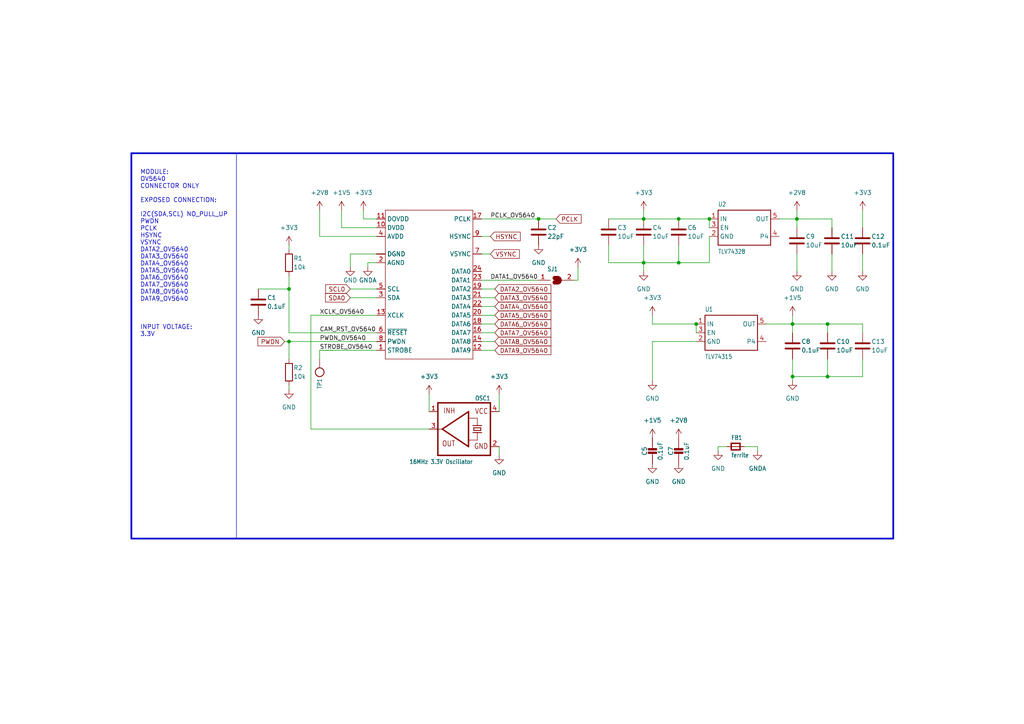
<source format=kicad_sch>
(kicad_sch (version 20230121) (generator eeschema)
  (paper "A4")
  (lib_symbols
    (symbol "Adafruit PiCowbell Camera Breakout-eagle-import:CAMERA_OV2640_SLIM"
      (symbol "CAMERA_OV2640_SLIM_1_0"
        (polyline (pts (xy -12.7 -20.32) (xy -12.7 22.86)) (stroke (width 0.1524)))
        (polyline (pts (xy -12.7 22.86) (xy 12.7 22.86)) (stroke (width 0.1524)))
        (polyline (pts (xy 12.7 -20.32) (xy -12.7 -20.32)) (stroke (width 0.1524)))
        (polyline (pts (xy 12.7 22.86) (xy 12.7 -20.32)) (stroke (width 0.1524)))
        (pin input line (at -15.24 -17.78 0) (length 2.54) (name "STROBE") (number "1"))
        (pin power_in line (at -15.24 17.78 0) (length 2.54) (name "DVDD") (number "10"))
        (pin power_in line (at -15.24 20.32 0) (length 2.54) (name "DOVDD") (number "11"))
        (pin output line (at 15.24 -17.78 180) (length 2.54) (name "DATA9") (number "12"))
        (pin input line (at -15.24 -7.62 0) (length 2.54) (name "XCLK") (number "13"))
        (pin output line (at 15.24 -15.24 180) (length 2.54) (name "DATA8") (number "14"))
        (pin power_in line (at -15.24 10.16 0) (length 2.54) (name "DGND") (number "15"))
        (pin output line (at 15.24 -12.7 180) (length 2.54) (name "DATA7") (number "16"))
        (pin output line (at 15.24 20.32 180) (length 2.54) (name "PCLK") (number "17"))
        (pin output line (at 15.24 -10.16 180) (length 2.54) (name "DATA6") (number "18"))
        (pin output line (at 15.24 0 180) (length 2.54) (name "DATA2") (number "19"))
        (pin power_in line (at -15.24 7.62 0) (length 2.54) (name "AGND") (number "2"))
        (pin output line (at 15.24 -7.62 180) (length 2.54) (name "DATA5") (number "20"))
        (pin output line (at 15.24 -2.54 180) (length 2.54) (name "DATA3") (number "21"))
        (pin output line (at 15.24 -5.08 180) (length 2.54) (name "DATA4") (number "22"))
        (pin output line (at 15.24 2.54 180) (length 2.54) (name "DATA1") (number "23"))
        (pin output line (at 15.24 5.08 180) (length 2.54) (name "DATA0") (number "24"))
        (pin bidirectional line (at -15.24 -2.54 0) (length 2.54) (name "SDA") (number "3"))
        (pin power_in line (at -15.24 15.24 0) (length 2.54) (name "AVDD") (number "4"))
        (pin bidirectional line (at -15.24 0 0) (length 2.54) (name "SCL") (number "5"))
        (pin input line (at -15.24 -12.7 0) (length 2.54) (name "~{RESET}") (number "6"))
        (pin output line (at 15.24 10.16 180) (length 2.54) (name "VSYNC") (number "7"))
        (pin input line (at -15.24 -15.24 0) (length 2.54) (name "PWDN") (number "8"))
        (pin output line (at 15.24 15.24 180) (length 2.54) (name "HSYNC") (number "9"))
        (pin power_in line (at -15.24 10.16 0) (length 2.54) (name "DGND") (number "SPRT1"))
        (pin power_in line (at -15.24 10.16 0) (length 2.54) (name "DGND") (number "SPRT2"))
      )
    )
    (symbol "Adafruit PiCowbell Camera Breakout-eagle-import:CAP_CERAMIC_0402NO"
      (property "Reference" "C" (at -2.29 1.25 90))
      (symbol "CAP_CERAMIC_0402NO_1_0"
        (rectangle (start -1.27 0.508) (end 1.27 1.016) (fill (type outline)))
        (rectangle (start -1.27 1.524) (end 1.27 2.032) (fill (type outline)))
        (polyline (pts (xy 0 0.762) (xy 0 0)) (stroke (width 0.1524)))
        (polyline (pts (xy 0 2.54) (xy 0 1.778)) (stroke (width 0.1524)))
        (pin passive line (at 0 5.08 270) (length 2.54) (name "1") (number "1"))
        (pin passive line (at 0 -2.54 90) (length 2.54) (name "2") (number "2"))
      )
    )
    (symbol "Adafruit PiCowbell Camera Breakout-eagle-import:FERRITE-0603NO"
      (property "Reference" "FB" (at -1.27 1.905 0))
      (symbol "FERRITE-0603NO_1_0"
        (polyline (pts (xy -1.27 -0.9525) (xy -1.27 0.9525)) (stroke (width 0.4064)))
        (polyline (pts (xy -1.27 0.9525) (xy 1.27 0.9525)) (stroke (width 0.4064)))
        (polyline (pts (xy 1.27 -0.9525) (xy -1.27 -0.9525)) (stroke (width 0.4064)))
        (polyline (pts (xy 1.27 0.9525) (xy 1.27 -0.9525)) (stroke (width 0.4064)))
        (pin passive line (at -2.54 0 0) (length 2.54) (name "P$1") (number "1"))
        (pin passive line (at 2.54 0 180) (length 2.54) (name "P$2") (number "2"))
      )
    )
    (symbol "Adafruit PiCowbell Camera Breakout-eagle-import:OSCILLATOR3.2X2.5"
      (property "Reference" "OSC" (at -7.62 8.255 0))
      (symbol "OSCILLATOR3.2X2.5_1_0"
        (polyline (pts (xy -7.62 7.62) (xy -7.62 -7.62)) (stroke (width 0.4064)))
        (polyline (pts (xy -7.62 7.62) (xy 7.62 7.62)) (stroke (width 0.4064)))
        (polyline (pts (xy -5.08 -1.016) (xy -3.81 -1.016)) (stroke (width 0.254)))
        (polyline (pts (xy -5.08 1.016) (xy -2.54 1.016)) (stroke (width 0.254)))
        (polyline (pts (xy -4.826 -0.381) (xy -4.826 0.381)) (stroke (width 0.254)))
        (polyline (pts (xy -4.826 -0.381) (xy -2.794 -0.381)) (stroke (width 0.254)))
        (polyline (pts (xy -4.826 0.381) (xy -2.794 0.381)) (stroke (width 0.254)))
        (polyline (pts (xy -3.81 -3.175) (xy -3.81 -1.016)) (stroke (width 0.1524)))
        (polyline (pts (xy -3.81 -3.175) (xy -1.27 -3.175)) (stroke (width 0.1524)))
        (polyline (pts (xy -3.81 -1.016) (xy -2.54 -1.016)) (stroke (width 0.254)))
        (polyline (pts (xy -3.81 1.016) (xy -3.81 3.175)) (stroke (width 0.1524)))
        (polyline (pts (xy -3.81 3.175) (xy -1.27 3.175)) (stroke (width 0.1524)))
        (polyline (pts (xy -2.794 0.381) (xy -2.794 -0.381)) (stroke (width 0.254)))
        (polyline (pts (xy -1.27 -5.08) (xy -1.27 -3.175)) (stroke (width 0.4064)))
        (polyline (pts (xy -1.27 -3.175) (xy -1.27 3.175)) (stroke (width 0.4064)))
        (polyline (pts (xy -1.27 3.175) (xy -1.27 5.08)) (stroke (width 0.4064)))
        (polyline (pts (xy -1.27 5.08) (xy 6.35 0)) (stroke (width 0.4064)))
        (polyline (pts (xy 6.35 0) (xy -1.27 -5.08)) (stroke (width 0.4064)))
        (polyline (pts (xy 6.35 0) (xy 7.62 0)) (stroke (width 0.1524)))
        (polyline (pts (xy 7.62 -7.62) (xy -7.62 -7.62)) (stroke (width 0.4064)))
        (polyline (pts (xy 7.62 -7.62) (xy 7.62 0)) (stroke (width 0.4064)))
        (polyline (pts (xy 7.62 0) (xy 7.62 7.62)) (stroke (width 0.4064)))
        (text "GND" (at -6.985 -5.842 0) (effects (font (size 1.524 1.2954)) (justify left bottom)))
        (text "INH" (at 2.54 4.445 0) (effects (font (size 1.524 1.2954)) (justify left bottom)))
        (text "OUT" (at 2.54 -5.08 0) (effects (font (size 1.524 1.2954)) (justify left bottom)))
        (text "VCC" (at -6.985 4.318 0) (effects (font (size 1.524 1.2954)) (justify left bottom)))
        (pin bidirectional line (at 10.16 5.08 180) (length 2.54) (name "INH") (number "1"))
        (pin power_in line (at -10.16 -5.08 0) (length 2.54) (name "GND") (number "2"))
        (pin output line (at 10.16 0 180) (length 2.54) (name "OUT") (number "3"))
        (pin power_in line (at -10.16 5.08 0) (length 2.54) (name "VCC") (number "4"))
      )
    )
    (symbol "Adafruit PiCowbell Camera Breakout-eagle-import:SOLDERJUMPERCLOSED"
      (property "Reference" "SJ" (at -2.54 2.54 0))
      (symbol "SOLDERJUMPERCLOSED_1_0"
        (arc (start -0.381 -0.635) (mid 0.2514 -0.0001) (end -0.3808 0.635) (stroke (width 1.27)))
        (polyline (pts (xy -2.54 0) (xy -1.651 0)) (stroke (width 0.1524)))
        (polyline (pts (xy 2.54 0) (xy 1.651 0)) (stroke (width 0.1524)))
        (arc (start 0.3808 -0.635) (mid 1.0132 -0.0001) (end 0.381 0.635) (stroke (width 1.27)))
        (pin passive line (at -5.08 0 0) (length 2.54) (name "1") (number "1"))
        (pin passive line (at 5.08 0 180) (length 2.54) (name "2") (number "2"))
      )
    )
    (symbol "Adafruit PiCowbell Camera Breakout-eagle-import:TESTPOINTROUND1.5MM"
      (property "Reference" "TP" (at 0 5.588 90))
      (symbol "TESTPOINTROUND1.5MM_1_0"
        (circle (center 0 3.81) (radius 1.27) (stroke (width 0.254)))
        (pin bidirectional line (at 0 0 90) (length 2.54) (name "P$1") (number "P$1"))
      )
    )
    (symbol "Adafruit PiCowbell Camera Breakout-eagle-import:VREG_SOT23-5"
      (property "Reference" "U" (at -7.62 6.096 0))
      (symbol "VREG_SOT23-5_1_0"
        (polyline (pts (xy -7.62 -5.08) (xy -7.62 5.08)) (stroke (width 0.254)))
        (polyline (pts (xy -7.62 5.08) (xy 7.62 5.08)) (stroke (width 0.254)))
        (polyline (pts (xy 7.62 -5.08) (xy -7.62 -5.08)) (stroke (width 0.254)))
        (polyline (pts (xy 7.62 5.08) (xy 7.62 -5.08)) (stroke (width 0.254)))
        (pin power_in line (at -10.16 2.54 0) (length 2.54) (name "IN") (number "1"))
        (pin power_in line (at -10.16 -2.54 0) (length 2.54) (name "GND") (number "2"))
        (pin input line (at -10.16 0 0) (length 2.54) (name "EN") (number "3"))
        (pin bidirectional line (at 10.16 -2.54 180) (length 2.54) (name "P4") (number "4"))
        (pin power_in line (at 10.16 2.54 180) (length 2.54) (name "OUT") (number "5"))
      )
    )
    (symbol "Device:C" (pin_numbers hide) (pin_names (offset 0.254))
      (property "Reference" "C" (at 0.635 2.54 0))
      (property "Value" "C" (at 0.635 -2.54 0))
      (symbol "C_0_1"
        (polyline (pts (xy -2.032 -0.762) (xy 2.032 -0.762)) (stroke (width 0.508)))
        (polyline (pts (xy -2.032 0.762) (xy 2.032 0.762)) (stroke (width 0.508)))
      )
      (symbol "C_1_1"
        (pin passive line (at 0 3.81 270) (length 2.794) (name "~") (number "1"))
        (pin passive line (at 0 -3.81 90) (length 2.794) (name "~") (number "2"))
      )
    )
    (symbol "Device:R" (pin_numbers hide) (pin_names (offset 0))
      (property "Reference" "R" (at 2.032 0 90))
      (property "Value" "R" (at 0 0 90))
      (symbol "R_0_1"
        (rectangle (start -1.016 -2.54) (end 1.016 2.54) (stroke (width 0.254)))
      )
      (symbol "R_1_1"
        (pin passive line (at 0 3.81 270) (length 1.27) (name "~") (number "1"))
        (pin passive line (at 0 -3.81 90) (length 1.27) (name "~") (number "2"))
      )
    )
    (symbol "power:+1V5" (power) (pin_names (offset 0))
      (property "Value" "+1V5" (at 0 3.556 0))
      (symbol "+1V5_0_1"
        (polyline (pts (xy -0.762 1.27) (xy 0 2.54)))
        (polyline (pts (xy 0 0) (xy 0 2.54)))
        (polyline (pts (xy 0 2.54) (xy 0.762 1.27)))
      )
      (symbol "+1V5_1_1"
        (pin power_in line (at 0 0 90) (length 0) hide (name "+1V5") (number "1"))
      )
    )
    (symbol "power:+2V8" (power) (pin_names (offset 0))
      (property "Value" "+2V8" (at 0 3.556 0))
      (symbol "+2V8_0_1"
        (polyline (pts (xy -0.762 1.27) (xy 0 2.54)))
        (polyline (pts (xy 0 0) (xy 0 2.54)))
        (polyline (pts (xy 0 2.54) (xy 0.762 1.27)))
      )
      (symbol "+2V8_1_1"
        (pin power_in line (at 0 0 90) (length 0) hide (name "+2V8") (number "1"))
      )
    )
    (symbol "power:+3V3" (power) (pin_names (offset 0))
      (property "Value" "+3V3" (at 0 3.556 0))
      (symbol "+3V3_0_1"
        (polyline (pts (xy -0.762 1.27) (xy 0 2.54)))
        (polyline (pts (xy 0 0) (xy 0 2.54)))
        (polyline (pts (xy 0 2.54) (xy 0.762 1.27)))
      )
      (symbol "+3V3_1_1"
        (pin power_in line (at 0 0 90) (length 0) hide (name "+3V3") (number "1"))
      )
    )
    (symbol "power:GND" (power) (pin_names (offset 0))
      (property "Value" "GND" (at 0 -3.81 0))
      (symbol "GND_0_1"
        (polyline (pts (xy 0 0) (xy 0 -1.27) (xy 1.27 -1.27) (xy 0 -2.54) (xy -1.27 -1.27) (xy 0 -1.27)))
      )
      (symbol "GND_1_1"
        (pin power_in line (at 0 0 270) (length 0) hide (name "GND") (number "1"))
      )
    )
    (symbol "power:GNDA" (power) (pin_names (offset 0))
      (property "Value" "GNDA" (at 0 -3.81 0))
      (symbol "GNDA_0_1"
        (polyline (pts (xy 0 0) (xy 0 -1.27) (xy 1.27 -1.27) (xy 0 -2.54) (xy -1.27 -1.27) (xy 0 -1.27)))
      )
      (symbol "GNDA_1_1"
        (pin power_in line (at 0 0 270) (length 0) hide (name "GNDA") (number "1"))
      )
    )
  )
  (junction (at 229.87 93.98))
  (junction (at 229.87 109.22))
  (junction (at 196.85 63.5))
  (junction (at 196.85 76.2))
  (junction (at 231.14 63.5))
  (junction (at 156.21 63.5))
  (junction (at 201.93 93.98))
  (junction (at 240.03 109.22))
  (junction (at 240.03 93.98))
  (junction (at 205.74 63.5))
  (junction (at 186.69 76.2))
  (junction (at 83.82 83.82))
  (junction (at 186.69 63.5))
  (junction (at 83.82 99.06))
  (wire (pts (xy 167.64 77.47) (xy 167.64 81.28)))
  (wire (pts (xy 231.14 73.66) (xy 231.14 78.74)) (stroke (width 0.1524)))
  (wire (pts (xy 240.03 96.52) (xy 240.03 93.98)) (stroke (width 0.1524)))
  (wire (pts (xy 83.82 80.01) (xy 83.82 83.82)) (stroke (width 0.1524)))
  (wire (pts (xy 90.17 124.46) (xy 124.46 124.46)) (stroke (width 0.1524)))
  (wire (pts (xy 205.74 76.2) (xy 196.85 76.2)) (stroke (width 0.1524)))
  (wire (pts (xy 139.7 86.36) (xy 143.51 86.36)))
  (wire (pts (xy 109.22 86.36) (xy 101.6 86.36)) (stroke (width 0.1524)))
  (wire (pts (xy 201.93 96.52) (xy 201.93 93.98)) (stroke (width 0.1524)))
  (wire (pts (xy 186.69 63.5) (xy 196.85 63.5)) (stroke (width 0.1524)))
  (wire (pts (xy 139.7 99.06) (xy 143.51 99.06)))
  (wire (pts (xy 106.68 76.2) (xy 109.22 76.2)) (stroke (width 0.1524)))
  (wire (pts (xy 109.22 63.5) (xy 105.41 63.5)) (stroke (width 0.1524)))
  (wire (pts (xy 90.17 91.44) (xy 90.17 124.46)) (stroke (width 0.1524)))
  (wire (pts (xy 83.82 102.87) (xy 83.82 99.06)) (stroke (width 0.1524)))
  (wire (pts (xy 219.71 129.54) (xy 215.9 129.54)))
  (wire (pts (xy 92.71 68.58) (xy 109.22 68.58)) (stroke (width 0.1524)))
  (wire (pts (xy 201.93 93.98) (xy 189.23 93.98)) (stroke (width 0.1524)))
  (wire (pts (xy 92.71 101.6) (xy 109.22 101.6)) (stroke (width 0.1524)))
  (wire (pts (xy 109.22 66.04) (xy 99.06 66.04)) (stroke (width 0.1524)))
  (wire (pts (xy 92.71 68.58) (xy 92.71 60.96)) (stroke (width 0.1524)))
  (wire (pts (xy 139.7 63.5) (xy 156.21 63.5)) (stroke (width 0.1524)))
  (wire (pts (xy 186.69 60.96) (xy 186.69 63.5)) (stroke (width 0.1524)))
  (wire (pts (xy 219.71 129.54) (xy 219.71 130.81)))
  (wire (pts (xy 208.28 129.54) (xy 208.28 130.81)))
  (wire (pts (xy 186.69 76.2) (xy 186.69 78.74)) (stroke (width 0.1524)))
  (wire (pts (xy 196.85 63.5) (xy 205.74 63.5)) (stroke (width 0.1524)))
  (wire (pts (xy 250.19 60.96) (xy 250.19 66.04)) (stroke (width 0.1524)))
  (wire (pts (xy 139.7 88.9) (xy 143.51 88.9)))
  (wire (pts (xy 101.6 73.66) (xy 101.6 77.47)) (stroke (width 0.1524)))
  (wire (pts (xy 90.17 91.44) (xy 109.22 91.44)) (stroke (width 0.1524)))
  (wire (pts (xy 205.74 68.58) (xy 205.74 76.2)) (stroke (width 0.1524)))
  (wire (pts (xy 92.71 101.6) (xy 96.52 101.6)))
  (wire (pts (xy 144.78 119.38) (xy 144.78 114.3)) (stroke (width 0.1524)))
  (wire (pts (xy 189.23 91.44) (xy 189.23 93.98)) (stroke (width 0.1524)))
  (wire (pts (xy 109.22 73.66) (xy 101.6 73.66)) (stroke (width 0.1524)))
  (wire (pts (xy 139.7 96.52) (xy 143.51 96.52)))
  (wire (pts (xy 139.7 83.82) (xy 143.51 83.82)))
  (wire (pts (xy 201.93 99.06) (xy 189.23 99.06)) (stroke (width 0.1524)))
  (wire (pts (xy 250.19 93.98) (xy 240.03 93.98)) (stroke (width 0.1524)))
  (wire (pts (xy 176.53 76.2) (xy 176.53 71.12)) (stroke (width 0.1524)))
  (wire (pts (xy 208.28 129.54) (xy 210.82 129.54)))
  (wire (pts (xy 231.14 63.5) (xy 231.14 60.96)) (stroke (width 0.1524)))
  (wire (pts (xy 186.69 63.5) (xy 176.53 63.5)) (stroke (width 0.1524)))
  (wire (pts (xy 99.06 66.04) (xy 99.06 60.96)) (stroke (width 0.1524)))
  (wire (pts (xy 144.78 129.54) (xy 144.78 132.08)) (stroke (width 0.1524)))
  (wire (pts (xy 139.7 68.58) (xy 142.24 68.58)))
  (wire (pts (xy 83.82 102.87) (xy 83.82 104.14)))
  (wire (pts (xy 240.03 109.22) (xy 240.03 104.14)) (stroke (width 0.1524)))
  (wire (pts (xy 74.93 83.82) (xy 83.82 83.82)) (stroke (width 0.1524)))
  (wire (pts (xy 241.3 78.74) (xy 241.3 73.66)) (stroke (width 0.1524)))
  (wire (pts (xy 109.22 83.82) (xy 101.6 83.82)) (stroke (width 0.1524)))
  (wire (pts (xy 83.82 71.12) (xy 83.82 72.39)))
  (wire (pts (xy 124.46 114.3) (xy 124.46 119.38)) (stroke (width 0.1524)))
  (wire (pts (xy 139.7 101.6) (xy 143.51 101.6)))
  (wire (pts (xy 226.06 63.5) (xy 231.14 63.5)) (stroke (width 0.1524)))
  (wire (pts (xy 82.55 99.06) (xy 83.82 99.06)))
  (wire (pts (xy 139.7 73.66) (xy 142.24 73.66)))
  (wire (pts (xy 186.69 76.2) (xy 176.53 76.2)) (stroke (width 0.1524)))
  (wire (pts (xy 156.21 81.28) (xy 139.7 81.28)) (stroke (width 0.1524)))
  (wire (pts (xy 229.87 93.98) (xy 229.87 96.52)) (stroke (width 0.1524)))
  (wire (pts (xy 92.71 104.14) (xy 92.71 101.6)))
  (wire (pts (xy 189.23 99.06) (xy 189.23 110.49)) (stroke (width 0.1524)))
  (wire (pts (xy 166.37 81.28) (xy 167.64 81.28)))
  (wire (pts (xy 229.87 93.98) (xy 229.87 91.44)) (stroke (width 0.1524)))
  (wire (pts (xy 156.21 63.5) (xy 161.29 63.5)) (stroke (width 0.1524)))
  (wire (pts (xy 83.82 96.52) (xy 109.22 96.52)) (stroke (width 0.1524)))
  (wire (pts (xy 83.82 96.52) (xy 83.82 83.82)) (stroke (width 0.1524)))
  (wire (pts (xy 205.74 66.04) (xy 205.74 63.5)) (stroke (width 0.1524)))
  (wire (pts (xy 186.69 76.2) (xy 196.85 76.2)) (stroke (width 0.1524)))
  (wire (pts (xy 106.68 76.2) (xy 106.68 77.47)) (stroke (width 0.1524)))
  (wire (pts (xy 229.87 109.22) (xy 229.87 110.49)))
  (wire (pts (xy 250.19 109.22) (xy 250.19 104.14)) (stroke (width 0.1524)))
  (wire (pts (xy 241.3 63.5) (xy 231.14 63.5)) (stroke (width 0.1524)))
  (wire (pts (xy 231.14 63.5) (xy 231.14 66.04)) (stroke (width 0.1524)))
  (wire (pts (xy 250.19 73.66) (xy 250.19 78.74)) (stroke (width 0.1524)))
  (wire (pts (xy 240.03 109.22) (xy 250.19 109.22)) (stroke (width 0.1524)))
  (wire (pts (xy 83.82 111.76) (xy 83.82 113.03)))
  (wire (pts (xy 105.41 63.5) (xy 105.41 60.96)) (stroke (width 0.1524)))
  (wire (pts (xy 196.85 71.12) (xy 196.85 76.2)) (stroke (width 0.1524)))
  (wire (pts (xy 139.7 93.98) (xy 143.51 93.98)))
  (wire (pts (xy 83.82 99.06) (xy 109.22 99.06)) (stroke (width 0.1524)))
  (wire (pts (xy 229.87 109.22) (xy 240.03 109.22)) (stroke (width 0.1524)))
  (wire (pts (xy 250.19 96.52) (xy 250.19 93.98)) (stroke (width 0.1524)))
  (wire (pts (xy 240.03 93.98) (xy 229.87 93.98)) (stroke (width 0.1524)))
  (wire (pts (xy 229.87 104.14) (xy 229.87 109.22)) (stroke (width 0.1524)))
  (wire (pts (xy 139.7 91.44) (xy 143.51 91.44)))
  (wire (pts (xy 241.3 66.04) (xy 241.3 63.5)) (stroke (width 0.1524)))
  (wire (pts (xy 186.69 76.2) (xy 186.69 71.12)) (stroke (width 0.1524)))
  (wire (pts (xy 222.25 93.98) (xy 229.87 93.98)) (stroke (width 0.1524)))
  (rectangle (start 38.1 44.45) (end 259.08 156.21) (stroke (width 0.5)))
  (rectangle (start 38.1 44.45) (end 68.58 156.21))
  (text "MODULE:\nOV5640\nCONNECTOR ONLY\n\nEXPOSED CONNECTION: \n\nI2C(SDA,SCL) NO_PULL_UP\nPWDN\nPCLK\nHSYNC\nVSYNC\nDATA2_OV5640\nDATA3_OV5640\nDATA4_OV5640\nDATA5_OV5640\nDATA6_OV5640\nDATA7_OV5640\nDATA8_OV5640\nDATA9_OV5640\n\n\n\nINPUT VOLTAGE:\n3.3V" (at 40.64 97.79 0) (effects (font (size 1.27 1.27)) (justify left bottom)))
  (label "STROBE_OV5640" (at 92.71 101.6 0) (effects (font (size 1.2446 1.2446))))
  (label "PCLK_OV5640" (at 142.24 63.5 0) (effects (font (size 1.2446 1.2446))))
  (label "XCLK_OV5640" (at 92.71 91.44 0) (effects (font (size 1.2446 1.2446))))
  (label "CAM_RST_OV5640" (at 92.71 96.52 0) (effects (font (size 1.2446 1.2446))))
  (label "DATA1_OV5640" (at 142.24 81.28 0) (effects (font (size 1.2446 1.2446))))
  (label "PWDN_OV5640" (at 92.71 99.06 0) (effects (font (size 1.2446 1.2446))))
  (global_label "DATA8_OV5640" (shape input) (at 143.51 99.06 0) (property "Intersheetrefs" "${INTERSHEET_REFS}" (effects hide)))
  (global_label "DATA7_OV5640" (shape input) (at 143.51 96.52 0) (property "Intersheetrefs" "${INTERSHEET_REFS}" (effects hide)))
  (global_label "DATA6_OV5640" (shape input) (at 143.51 93.98 0) (property "Intersheetrefs" "${INTERSHEET_REFS}" (effects hide)))
  (global_label "DATA2_OV5640" (shape input) (at 143.51 83.82 0) (property "Intersheetrefs" "${INTERSHEET_REFS}" (effects hide)))
  (global_label "DATA9_OV5640" (shape input) (at 143.51 101.6 0) (property "Intersheetrefs" "${INTERSHEET_REFS}" (effects hide)))
  (global_label "DATA4_OV5640" (shape input) (at 143.51 88.9 0) (property "Intersheetrefs" "${INTERSHEET_REFS}" (effects hide)))
  (global_label "VSYNC" (shape input) (at 142.24 73.66 0) (property "Intersheetrefs" "${INTERSHEET_REFS}" (effects hide)))
  (global_label "PWDN" (shape input) (at 82.55 99.06 180) (property "Intersheetrefs" "${INTERSHEET_REFS}" (effects hide)))
  (global_label "DATA5_OV5640" (shape input) (at 143.51 91.44 0) (property "Intersheetrefs" "${INTERSHEET_REFS}" (effects hide)))
  (global_label "SDA0" (shape input) (at 101.6 86.36 180) (property "Intersheetrefs" "${INTERSHEET_REFS}" (effects hide)))
  (global_label "HSYNC" (shape input) (at 142.24 68.58 0) (property "Intersheetrefs" "${INTERSHEET_REFS}" (effects hide)))
  (global_label "SCL0" (shape input) (at 101.6 83.82 180) (property "Intersheetrefs" "${INTERSHEET_REFS}" (effects hide)))
  (global_label "PCLK" (shape input) (at 161.29 63.5 0) (property "Intersheetrefs" "${INTERSHEET_REFS}" (effects hide)))
  (global_label "DATA3_OV5640" (shape input) (at 143.51 86.36 0) (property "Intersheetrefs" "${INTERSHEET_REFS}" (effects hide)))
  (symbol (lib_id "power:+1V5") (at 229.87 91.44 0) (unit 1)
    (property "Reference" "#PWR024" (effects hide))
    (property "Value" "+1V5" (at 229.87 86.36 0))
  )
  (symbol (lib_id "power:+3V3") (at 189.23 91.44 0) (unit 1)
    (property "Reference" "#PWR016" (effects hide))
    (property "Value" "+3V3" (at 189.23 86.36 0))
  )
  (symbol (lib_id "power:+3V3") (at 167.64 77.47 0) (unit 1)
    (property "Reference" "#PWR013" (effects hide))
    (property "Value" "+3V3" (at 167.64 72.39 0))
  )
  (symbol (lib_id "Device:C") (at 156.21 67.31 0) (unit 1)
    (property "Reference" "C2" (at 158.75 66.04 0) (effects (justify left)))
    (property "Value" "22pF" (at 158.75 68.58 0) (effects (justify left)))
    (property "Footprint" "Capacitor_SMD:C_0402_1005Metric" (effects hide))
  )
  (symbol (lib_id "Device:C") (at 74.93 87.63 0) (unit 1)
    (property "Reference" "C1" (at 77.47 86.36 0) (effects (justify left)))
    (property "Value" "0.1uF" (at 77.47 88.9 0) (effects (justify left)))
    (property "Footprint" "Capacitor_SMD:C_0402_1005Metric" (effects hide))
  )
  (symbol (lib_id "power:GND") (at 156.21 71.12 0) (unit 1)
    (property "Reference" "#PWR012" (effects hide))
    (property "Value" "GND" (at 156.21 76.2 0))
  )
  (symbol (lib_id "power:GND") (at 83.82 113.03 0) (unit 1)
    (property "Reference" "#PWR03" (effects hide))
    (property "Value" "GND" (at 83.82 118.11 0))
  )
  (symbol (lib_id "Adafruit PiCowbell Camera Breakout-eagle-import:VREG_SOT23-5") (at 215.9 66.04 0) (unit 1)
    (property "Reference" "U2" (at 208.28 59.944 0) (effects (font (size 1.27 1.0795)) (justify left bottom)))
    (property "Value" "TLV74328" (at 208.28 73.66 0) (effects (font (size 1.27 1.0795)) (justify left bottom)))
    (property "Footprint" "Adafruit PiCowbell Camera Breakout:SOT23-5" (effects hide))
    (property "JLC_ROTATION" "0" (effects hide))
  )
  (symbol (lib_id "Device:C") (at 241.3 69.85 0) (unit 1)
    (property "Reference" "C11" (at 243.84 68.58 0) (effects (justify left)))
    (property "Value" "10uF" (at 243.84 71.12 0) (effects (justify left)))
    (property "Footprint" "Capacitor_SMD:C_0402_1005Metric" (effects hide))
  )
  (symbol (lib_id "Device:C") (at 240.03 100.33 0) (unit 1)
    (property "Reference" "C10" (at 242.57 99.06 0) (effects (justify left)))
    (property "Value" "10uF" (at 242.57 101.6 0) (effects (justify left)))
    (property "Footprint" "Capacitor_SMD:C_0402_1005Metric" (effects hide))
  )
  (symbol (lib_id "Adafruit PiCowbell Camera Breakout-eagle-import:OSCILLATOR3.2X2.5") (at 134.62 124.46 0) (mirror y) (unit 1)
    (property "Reference" "OSC1" (at 142.24 116.205 0) (effects (font (size 1.27 1.0795)) (justify left bottom)))
    (property "Value" "16MHz 3.3V Oscillator" (at 137.16 134.62 0) (effects (font (size 1.27 1.0795)) (justify left bottom)))
    (property "Footprint" "Adafruit PiCowbell Camera Breakout:OSC_3.2X2.5MM" (effects hide))
  )
  (symbol (lib_id "Adafruit PiCowbell Camera Breakout-eagle-import:VREG_SOT23-5") (at 212.09 96.52 0) (unit 1)
    (property "Reference" "U1" (at 204.47 90.424 0) (effects (font (size 1.27 1.0795)) (justify left bottom)))
    (property "Value" "TLV74315" (at 204.47 104.14 0) (effects (font (size 1.27 1.0795)) (justify left bottom)))
    (property "Footprint" "Adafruit PiCowbell Camera Breakout:SOT23-5" (effects hide))
    (property "JLC_ROTATION" "0" (effects hide))
  )
  (symbol (lib_id "power:+3V3") (at 83.82 71.12 0) (unit 1)
    (property "Reference" "#PWR02" (effects hide))
    (property "Value" "+3V3" (at 83.82 66.04 0))
  )
  (symbol (lib_id "Device:R") (at 83.82 76.2 0) (unit 1)
    (property "Reference" "R1" (at 85.09 74.93 0) (effects (justify left)))
    (property "Value" "10k" (at 85.09 77.47 0) (effects (justify left)))
    (property "Footprint" "Resistor_SMD:R_01005_0402Metric" (effects hide))
  )
  (symbol (lib_id "power:GND") (at 231.14 78.74 0) (unit 1)
    (property "Reference" "#PWR027" (effects hide))
    (property "Value" "GND" (at 231.14 83.82 0))
  )
  (symbol (lib_id "power:GNDA") (at 219.71 130.81 0) (unit 1)
    (property "Reference" "#PWR023" (effects hide))
    (property "Value" "GNDA" (at 219.71 135.89 0))
  )
  (symbol (lib_id "power:+3V3") (at 186.69 60.96 0) (unit 1)
    (property "Reference" "#PWR014" (effects hide))
    (property "Value" "+3V3" (at 186.69 55.88 0))
  )
  (symbol (lib_id "power:+3V3") (at 144.78 114.3 0) (unit 1)
    (property "Reference" "#PWR010" (effects hide))
    (property "Value" "+3V3" (at 144.78 109.22 0))
  )
  (symbol (lib_id "power:GND") (at 208.28 130.81 0) (unit 1)
    (property "Reference" "#PWR022" (effects hide))
    (property "Value" "GND" (at 208.28 135.89 0))
  )
  (symbol (lib_id "power:+3V3") (at 124.46 114.3 0) (unit 1)
    (property "Reference" "#PWR09" (effects hide))
    (property "Value" "+3V3" (at 124.46 109.22 0))
  )
  (symbol (lib_id "Adafruit PiCowbell Camera Breakout-eagle-import:CAP_CERAMIC_0402NO") (at 196.85 132.08 0) (unit 1)
    (property "Reference" "C7" (at 194.56 130.83 90))
    (property "Value" "0.1uF" (at 199.15 130.83 90))
    (property "Footprint" "Adafruit PiCowbell Camera Breakout:_0402NO" (effects hide))
  )
  (symbol (lib_id "power:GND") (at 186.69 78.74 0) (unit 1)
    (property "Reference" "#PWR015" (effects hide))
    (property "Value" "GND" (at 186.69 83.82 0))
  )
  (symbol (lib_id "Adafruit PiCowbell Camera Breakout-eagle-import:TESTPOINTROUND1.5MM") (at 92.71 104.14 180) (unit 1)
    (property "Reference" "TP1" (at 92.71 109.728 90) (effects (font (size 1.27 1.0795)) (justify left)))
    (property "Value" "TESTPOINTROUND1.5MM" (effects hide))
    (property "Footprint" "Adafruit PiCowbell Camera Breakout:TESTPOINT_ROUND_1.5MM" (effects hide))
  )
  (symbol (lib_id "power:GNDA") (at 106.68 77.47 0) (unit 1)
    (property "Reference" "#PWR08" (effects hide))
    (property "Value" "GNDA" (at 106.68 81.28 0))
  )
  (symbol (lib_id "power:GND") (at 189.23 110.49 0) (unit 1)
    (property "Reference" "#PWR017" (effects hide))
    (property "Value" "GND" (at 189.23 115.57 0))
  )
  (symbol (lib_id "Device:C") (at 250.19 69.85 0) (unit 1)
    (property "Reference" "C12" (at 252.73 68.58 0) (effects (justify left)))
    (property "Value" "0.1uF" (at 252.73 71.12 0) (effects (justify left)))
    (property "Footprint" "Capacitor_SMD:C_0402_1005Metric" (effects hide))
  )
  (symbol (lib_id "power:+1V5") (at 99.06 60.96 0) (unit 1)
    (property "Reference" "#PWR05" (effects hide))
    (property "Value" "+1V5" (at 99.06 55.88 0))
  )
  (symbol (lib_id "Device:C") (at 196.85 67.31 0) (unit 1)
    (property "Reference" "C6" (at 199.39 66.04 0) (effects (justify left)))
    (property "Value" "10uF" (at 199.39 68.58 0) (effects (justify left)))
    (property "Footprint" "Capacitor_SMD:C_0402_1005Metric" (effects hide))
  )
  (symbol (lib_id "Adafruit PiCowbell Camera Breakout-eagle-import:CAMERA_OV2640_SLIM") (at 124.46 83.82 0) (unit 1)
    (property "Reference" "X1" (effects hide))
    (property "Value" "CAMERA_OV2640_SLIM" (effects hide))
    (property "Footprint" "Adafruit PiCowbell Camera Breakout:OV2640FSL_SLIM" (effects hide))
  )
  (symbol (lib_id "Device:C") (at 176.53 67.31 0) (unit 1)
    (property "Reference" "C3" (at 179.07 66.04 0) (effects (justify left)))
    (property "Value" "10uF" (at 179.07 68.58 0) (effects (justify left)))
    (property "Footprint" "Capacitor_SMD:C_0402_1005Metric" (effects hide))
  )
  (symbol (lib_id "power:GND") (at 250.19 78.74 0) (unit 1)
    (property "Reference" "#PWR030" (effects hide))
    (property "Value" "GND" (at 250.19 83.82 0))
  )
  (symbol (lib_id "power:GND") (at 74.93 91.44 0) (unit 1)
    (property "Reference" "#PWR01" (effects hide))
    (property "Value" "GND" (at 74.93 96.52 0))
  )
  (symbol (lib_id "power:GND") (at 196.85 134.62 0) (unit 1)
    (property "Reference" "#PWR021" (effects hide))
    (property "Value" "GND" (at 196.85 139.7 0))
  )
  (symbol (lib_id "power:GND") (at 229.87 110.49 0) (unit 1)
    (property "Reference" "#PWR025" (effects hide))
    (property "Value" "GND" (at 229.87 115.57 0))
  )
  (symbol (lib_id "power:+2V8") (at 231.14 60.96 0) (unit 1)
    (property "Reference" "#PWR026" (effects hide))
    (property "Value" "+2V8" (at 231.14 55.88 0))
  )
  (symbol (lib_id "power:GND") (at 144.78 132.08 0) (unit 1)
    (property "Reference" "#PWR011" (effects hide))
    (property "Value" "GND" (at 144.78 137.16 0))
  )
  (symbol (lib_id "Device:C") (at 229.87 100.33 0) (unit 1)
    (property "Reference" "C8" (at 232.41 99.06 0) (effects (justify left)))
    (property "Value" "0.1uF" (at 232.41 101.6 0) (effects (justify left)))
    (property "Footprint" "Capacitor_SMD:C_0402_1005Metric" (effects hide))
  )
  (symbol (lib_id "Device:C") (at 231.14 69.85 0) (unit 1)
    (property "Reference" "C9" (at 233.68 68.58 0) (effects (justify left)))
    (property "Value" "10uF" (at 233.68 71.12 0) (effects (justify left)))
    (property "Footprint" "Capacitor_SMD:C_0402_1005Metric" (effects hide))
  )
  (symbol (lib_id "power:+3V3") (at 250.19 60.96 0) (unit 1)
    (property "Reference" "#PWR029" (effects hide))
    (property "Value" "+3V3" (at 250.19 55.88 0))
  )
  (symbol (lib_id "Adafruit PiCowbell Camera Breakout-eagle-import:FERRITE-0603NO") (at 213.36 129.54 0) (unit 1)
    (property "Reference" "FB1" (at 212.09 127.635 0) (effects (font (size 1.27 1.0795)) (justify left bottom)))
    (property "Value" "ferrite" (at 212.09 132.715 0) (effects (font (size 1.27 1.0795)) (justify left bottom)))
    (property "Footprint" "Adafruit PiCowbell Camera Breakout:0603-NO" (effects hide))
  )
  (symbol (lib_id "Adafruit PiCowbell Camera Breakout-eagle-import:CAP_CERAMIC_0402NO") (at 189.23 132.08 0) (unit 1)
    (property "Reference" "C5" (at 186.94 130.83 90))
    (property "Value" "0.1uF" (at 191.53 130.83 90))
    (property "Footprint" "Adafruit PiCowbell Camera Breakout:_0402NO" (effects hide))
  )
  (symbol (lib_id "power:GND") (at 101.6 77.47 0) (unit 1)
    (property "Reference" "#PWR06" (effects hide))
    (property "Value" "GND" (at 101.6 81.28 0))
  )
  (symbol (lib_id "power:+1V5") (at 189.23 127 0) (unit 1)
    (property "Reference" "#PWR018" (effects hide))
    (property "Value" "+1V5" (at 189.23 121.92 0))
  )
  (symbol (lib_id "power:+3V3") (at 105.41 60.96 0) (unit 1)
    (property "Reference" "#PWR07" (effects hide))
    (property "Value" "+3V3" (at 105.41 55.88 0))
  )
  (symbol (lib_id "Device:R") (at 83.82 107.95 0) (unit 1)
    (property "Reference" "R2" (at 85.09 106.68 0) (effects (justify left)))
    (property "Value" "10k" (at 85.09 109.22 0) (effects (justify left)))
    (property "Footprint" "Resistor_SMD:R_01005_0402Metric" (effects hide))
  )
  (symbol (lib_id "power:GND") (at 189.23 134.62 0) (unit 1)
    (property "Reference" "#PWR019" (effects hide))
    (property "Value" "GND" (at 189.23 139.7 0))
  )
  (symbol (lib_id "Device:C") (at 250.19 100.33 0) (unit 1)
    (property "Reference" "C13" (at 252.73 99.06 0) (effects (justify left)))
    (property "Value" "10uF" (at 252.73 101.6 0) (effects (justify left)))
    (property "Footprint" "Capacitor_SMD:C_0402_1005Metric" (effects hide))
  )
  (symbol (lib_id "power:+2V8") (at 92.71 60.96 0) (unit 1)
    (property "Reference" "#PWR04" (effects hide))
    (property "Value" "+2V8" (at 92.71 55.88 0))
  )
  (symbol (lib_id "Device:C") (at 186.69 67.31 0) (unit 1)
    (property "Reference" "C4" (at 189.23 66.04 0) (effects (justify left)))
    (property "Value" "10uF" (at 189.23 68.58 0) (effects (justify left)))
    (property "Footprint" "Capacitor_SMD:C_0402_1005Metric" (effects hide))
  )
  (symbol (lib_id "power:GND") (at 241.3 78.74 0) (unit 1)
    (property "Reference" "#PWR028" (effects hide))
    (property "Value" "GND" (at 241.3 83.82 0))
  )
  (symbol (lib_id "power:+2V8") (at 196.85 127 0) (unit 1)
    (property "Reference" "#PWR020" (effects hide))
    (property "Value" "+2V8" (at 196.85 121.92 0))
  )
  (symbol (lib_id "Adafruit PiCowbell Camera Breakout-eagle-import:SOLDERJUMPERCLOSED") (at 161.29 81.28 0) (unit 1)
    (property "Reference" "SJ1" (at 158.75 78.74 0) (effects (font (size 1.27 1.0795)) (justify left bottom)))
    (property "Value" "SOLDERJUMPERCLOSED" (effects hide))
    (property "Footprint" "Adafruit PiCowbell Camera Breakout:SOLDERJUMPER_CLOSEDWIRE" (effects hide))
  )
)
</source>
